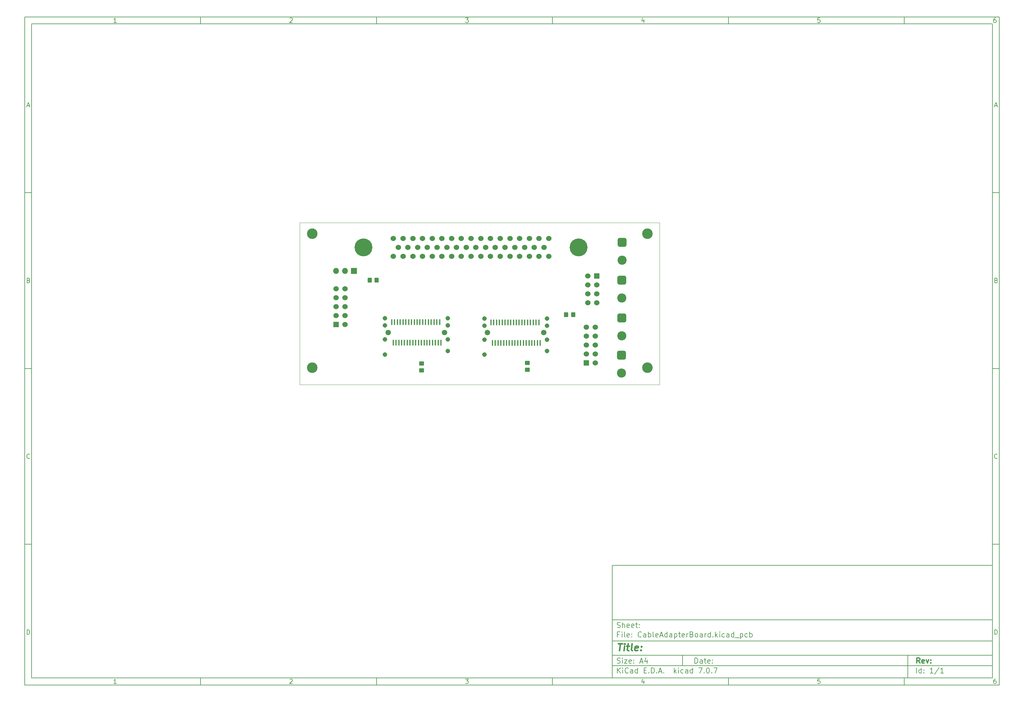
<source format=gbr>
%TF.GenerationSoftware,KiCad,Pcbnew,7.0.7*%
%TF.CreationDate,2023-10-12T14:51:16-07:00*%
%TF.ProjectId,CableAdapterBoard,4361626c-6541-4646-9170-746572426f61,rev?*%
%TF.SameCoordinates,Original*%
%TF.FileFunction,Soldermask,Top*%
%TF.FilePolarity,Negative*%
%FSLAX46Y46*%
G04 Gerber Fmt 4.6, Leading zero omitted, Abs format (unit mm)*
G04 Created by KiCad (PCBNEW 7.0.7) date 2023-10-12 14:51:16*
%MOMM*%
%LPD*%
G01*
G04 APERTURE LIST*
G04 Aperture macros list*
%AMRoundRect*
0 Rectangle with rounded corners*
0 $1 Rounding radius*
0 $2 $3 $4 $5 $6 $7 $8 $9 X,Y pos of 4 corners*
0 Add a 4 corners polygon primitive as box body*
4,1,4,$2,$3,$4,$5,$6,$7,$8,$9,$2,$3,0*
0 Add four circle primitives for the rounded corners*
1,1,$1+$1,$2,$3*
1,1,$1+$1,$4,$5*
1,1,$1+$1,$6,$7*
1,1,$1+$1,$8,$9*
0 Add four rect primitives between the rounded corners*
20,1,$1+$1,$2,$3,$4,$5,0*
20,1,$1+$1,$4,$5,$6,$7,0*
20,1,$1+$1,$6,$7,$8,$9,0*
20,1,$1+$1,$8,$9,$2,$3,0*%
G04 Aperture macros list end*
%ADD10C,0.100000*%
%ADD11C,0.150000*%
%ADD12C,0.300000*%
%ADD13C,0.400000*%
%ADD14R,1.700000X1.700000*%
%ADD15O,1.700000X1.700000*%
%ADD16C,3.000000*%
%ADD17C,1.550000*%
%ADD18O,0.350000X1.800000*%
%ADD19C,1.308000*%
%ADD20R,1.530000X1.530000*%
%ADD21C,1.530000*%
%ADD22RoundRect,0.650000X-0.650000X0.650000X-0.650000X-0.650000X0.650000X-0.650000X0.650000X0.650000X0*%
%ADD23C,2.600000*%
%ADD24RoundRect,0.250000X0.350000X0.450000X-0.350000X0.450000X-0.350000X-0.450000X0.350000X-0.450000X0*%
%ADD25RoundRect,0.250000X-0.350000X-0.450000X0.350000X-0.450000X0.350000X0.450000X-0.350000X0.450000X0*%
%ADD26RoundRect,0.250000X-0.450000X0.350000X-0.450000X-0.350000X0.450000X-0.350000X0.450000X0.350000X0*%
%ADD27C,1.524000*%
%ADD28C,5.080000*%
%TA.AperFunction,Profile*%
%ADD29C,0.100000*%
%TD*%
G04 APERTURE END LIST*
D10*
D11*
X177002200Y-166007200D02*
X285002200Y-166007200D01*
X285002200Y-198007200D01*
X177002200Y-198007200D01*
X177002200Y-166007200D01*
D10*
D11*
X10000000Y-10000000D02*
X287002200Y-10000000D01*
X287002200Y-200007200D01*
X10000000Y-200007200D01*
X10000000Y-10000000D01*
D10*
D11*
X12000000Y-12000000D02*
X285002200Y-12000000D01*
X285002200Y-198007200D01*
X12000000Y-198007200D01*
X12000000Y-12000000D01*
D10*
D11*
X60000000Y-12000000D02*
X60000000Y-10000000D01*
D10*
D11*
X110000000Y-12000000D02*
X110000000Y-10000000D01*
D10*
D11*
X160000000Y-12000000D02*
X160000000Y-10000000D01*
D10*
D11*
X210000000Y-12000000D02*
X210000000Y-10000000D01*
D10*
D11*
X260000000Y-12000000D02*
X260000000Y-10000000D01*
D10*
D11*
X36089160Y-11593604D02*
X35346303Y-11593604D01*
X35717731Y-11593604D02*
X35717731Y-10293604D01*
X35717731Y-10293604D02*
X35593922Y-10479319D01*
X35593922Y-10479319D02*
X35470112Y-10603128D01*
X35470112Y-10603128D02*
X35346303Y-10665033D01*
D10*
D11*
X85346303Y-10417414D02*
X85408207Y-10355509D01*
X85408207Y-10355509D02*
X85532017Y-10293604D01*
X85532017Y-10293604D02*
X85841541Y-10293604D01*
X85841541Y-10293604D02*
X85965350Y-10355509D01*
X85965350Y-10355509D02*
X86027255Y-10417414D01*
X86027255Y-10417414D02*
X86089160Y-10541223D01*
X86089160Y-10541223D02*
X86089160Y-10665033D01*
X86089160Y-10665033D02*
X86027255Y-10850747D01*
X86027255Y-10850747D02*
X85284398Y-11593604D01*
X85284398Y-11593604D02*
X86089160Y-11593604D01*
D10*
D11*
X135284398Y-10293604D02*
X136089160Y-10293604D01*
X136089160Y-10293604D02*
X135655826Y-10788842D01*
X135655826Y-10788842D02*
X135841541Y-10788842D01*
X135841541Y-10788842D02*
X135965350Y-10850747D01*
X135965350Y-10850747D02*
X136027255Y-10912652D01*
X136027255Y-10912652D02*
X136089160Y-11036461D01*
X136089160Y-11036461D02*
X136089160Y-11345985D01*
X136089160Y-11345985D02*
X136027255Y-11469795D01*
X136027255Y-11469795D02*
X135965350Y-11531700D01*
X135965350Y-11531700D02*
X135841541Y-11593604D01*
X135841541Y-11593604D02*
X135470112Y-11593604D01*
X135470112Y-11593604D02*
X135346303Y-11531700D01*
X135346303Y-11531700D02*
X135284398Y-11469795D01*
D10*
D11*
X185965350Y-10726938D02*
X185965350Y-11593604D01*
X185655826Y-10231700D02*
X185346303Y-11160271D01*
X185346303Y-11160271D02*
X186151064Y-11160271D01*
D10*
D11*
X236027255Y-10293604D02*
X235408207Y-10293604D01*
X235408207Y-10293604D02*
X235346303Y-10912652D01*
X235346303Y-10912652D02*
X235408207Y-10850747D01*
X235408207Y-10850747D02*
X235532017Y-10788842D01*
X235532017Y-10788842D02*
X235841541Y-10788842D01*
X235841541Y-10788842D02*
X235965350Y-10850747D01*
X235965350Y-10850747D02*
X236027255Y-10912652D01*
X236027255Y-10912652D02*
X236089160Y-11036461D01*
X236089160Y-11036461D02*
X236089160Y-11345985D01*
X236089160Y-11345985D02*
X236027255Y-11469795D01*
X236027255Y-11469795D02*
X235965350Y-11531700D01*
X235965350Y-11531700D02*
X235841541Y-11593604D01*
X235841541Y-11593604D02*
X235532017Y-11593604D01*
X235532017Y-11593604D02*
X235408207Y-11531700D01*
X235408207Y-11531700D02*
X235346303Y-11469795D01*
D10*
D11*
X285965350Y-10293604D02*
X285717731Y-10293604D01*
X285717731Y-10293604D02*
X285593922Y-10355509D01*
X285593922Y-10355509D02*
X285532017Y-10417414D01*
X285532017Y-10417414D02*
X285408207Y-10603128D01*
X285408207Y-10603128D02*
X285346303Y-10850747D01*
X285346303Y-10850747D02*
X285346303Y-11345985D01*
X285346303Y-11345985D02*
X285408207Y-11469795D01*
X285408207Y-11469795D02*
X285470112Y-11531700D01*
X285470112Y-11531700D02*
X285593922Y-11593604D01*
X285593922Y-11593604D02*
X285841541Y-11593604D01*
X285841541Y-11593604D02*
X285965350Y-11531700D01*
X285965350Y-11531700D02*
X286027255Y-11469795D01*
X286027255Y-11469795D02*
X286089160Y-11345985D01*
X286089160Y-11345985D02*
X286089160Y-11036461D01*
X286089160Y-11036461D02*
X286027255Y-10912652D01*
X286027255Y-10912652D02*
X285965350Y-10850747D01*
X285965350Y-10850747D02*
X285841541Y-10788842D01*
X285841541Y-10788842D02*
X285593922Y-10788842D01*
X285593922Y-10788842D02*
X285470112Y-10850747D01*
X285470112Y-10850747D02*
X285408207Y-10912652D01*
X285408207Y-10912652D02*
X285346303Y-11036461D01*
D10*
D11*
X60000000Y-198007200D02*
X60000000Y-200007200D01*
D10*
D11*
X110000000Y-198007200D02*
X110000000Y-200007200D01*
D10*
D11*
X160000000Y-198007200D02*
X160000000Y-200007200D01*
D10*
D11*
X210000000Y-198007200D02*
X210000000Y-200007200D01*
D10*
D11*
X260000000Y-198007200D02*
X260000000Y-200007200D01*
D10*
D11*
X36089160Y-199600804D02*
X35346303Y-199600804D01*
X35717731Y-199600804D02*
X35717731Y-198300804D01*
X35717731Y-198300804D02*
X35593922Y-198486519D01*
X35593922Y-198486519D02*
X35470112Y-198610328D01*
X35470112Y-198610328D02*
X35346303Y-198672233D01*
D10*
D11*
X85346303Y-198424614D02*
X85408207Y-198362709D01*
X85408207Y-198362709D02*
X85532017Y-198300804D01*
X85532017Y-198300804D02*
X85841541Y-198300804D01*
X85841541Y-198300804D02*
X85965350Y-198362709D01*
X85965350Y-198362709D02*
X86027255Y-198424614D01*
X86027255Y-198424614D02*
X86089160Y-198548423D01*
X86089160Y-198548423D02*
X86089160Y-198672233D01*
X86089160Y-198672233D02*
X86027255Y-198857947D01*
X86027255Y-198857947D02*
X85284398Y-199600804D01*
X85284398Y-199600804D02*
X86089160Y-199600804D01*
D10*
D11*
X135284398Y-198300804D02*
X136089160Y-198300804D01*
X136089160Y-198300804D02*
X135655826Y-198796042D01*
X135655826Y-198796042D02*
X135841541Y-198796042D01*
X135841541Y-198796042D02*
X135965350Y-198857947D01*
X135965350Y-198857947D02*
X136027255Y-198919852D01*
X136027255Y-198919852D02*
X136089160Y-199043661D01*
X136089160Y-199043661D02*
X136089160Y-199353185D01*
X136089160Y-199353185D02*
X136027255Y-199476995D01*
X136027255Y-199476995D02*
X135965350Y-199538900D01*
X135965350Y-199538900D02*
X135841541Y-199600804D01*
X135841541Y-199600804D02*
X135470112Y-199600804D01*
X135470112Y-199600804D02*
X135346303Y-199538900D01*
X135346303Y-199538900D02*
X135284398Y-199476995D01*
D10*
D11*
X185965350Y-198734138D02*
X185965350Y-199600804D01*
X185655826Y-198238900D02*
X185346303Y-199167471D01*
X185346303Y-199167471D02*
X186151064Y-199167471D01*
D10*
D11*
X236027255Y-198300804D02*
X235408207Y-198300804D01*
X235408207Y-198300804D02*
X235346303Y-198919852D01*
X235346303Y-198919852D02*
X235408207Y-198857947D01*
X235408207Y-198857947D02*
X235532017Y-198796042D01*
X235532017Y-198796042D02*
X235841541Y-198796042D01*
X235841541Y-198796042D02*
X235965350Y-198857947D01*
X235965350Y-198857947D02*
X236027255Y-198919852D01*
X236027255Y-198919852D02*
X236089160Y-199043661D01*
X236089160Y-199043661D02*
X236089160Y-199353185D01*
X236089160Y-199353185D02*
X236027255Y-199476995D01*
X236027255Y-199476995D02*
X235965350Y-199538900D01*
X235965350Y-199538900D02*
X235841541Y-199600804D01*
X235841541Y-199600804D02*
X235532017Y-199600804D01*
X235532017Y-199600804D02*
X235408207Y-199538900D01*
X235408207Y-199538900D02*
X235346303Y-199476995D01*
D10*
D11*
X285965350Y-198300804D02*
X285717731Y-198300804D01*
X285717731Y-198300804D02*
X285593922Y-198362709D01*
X285593922Y-198362709D02*
X285532017Y-198424614D01*
X285532017Y-198424614D02*
X285408207Y-198610328D01*
X285408207Y-198610328D02*
X285346303Y-198857947D01*
X285346303Y-198857947D02*
X285346303Y-199353185D01*
X285346303Y-199353185D02*
X285408207Y-199476995D01*
X285408207Y-199476995D02*
X285470112Y-199538900D01*
X285470112Y-199538900D02*
X285593922Y-199600804D01*
X285593922Y-199600804D02*
X285841541Y-199600804D01*
X285841541Y-199600804D02*
X285965350Y-199538900D01*
X285965350Y-199538900D02*
X286027255Y-199476995D01*
X286027255Y-199476995D02*
X286089160Y-199353185D01*
X286089160Y-199353185D02*
X286089160Y-199043661D01*
X286089160Y-199043661D02*
X286027255Y-198919852D01*
X286027255Y-198919852D02*
X285965350Y-198857947D01*
X285965350Y-198857947D02*
X285841541Y-198796042D01*
X285841541Y-198796042D02*
X285593922Y-198796042D01*
X285593922Y-198796042D02*
X285470112Y-198857947D01*
X285470112Y-198857947D02*
X285408207Y-198919852D01*
X285408207Y-198919852D02*
X285346303Y-199043661D01*
D10*
D11*
X10000000Y-60000000D02*
X12000000Y-60000000D01*
D10*
D11*
X10000000Y-110000000D02*
X12000000Y-110000000D01*
D10*
D11*
X10000000Y-160000000D02*
X12000000Y-160000000D01*
D10*
D11*
X10690476Y-35222176D02*
X11309523Y-35222176D01*
X10566666Y-35593604D02*
X10999999Y-34293604D01*
X10999999Y-34293604D02*
X11433333Y-35593604D01*
D10*
D11*
X11092857Y-84912652D02*
X11278571Y-84974557D01*
X11278571Y-84974557D02*
X11340476Y-85036461D01*
X11340476Y-85036461D02*
X11402380Y-85160271D01*
X11402380Y-85160271D02*
X11402380Y-85345985D01*
X11402380Y-85345985D02*
X11340476Y-85469795D01*
X11340476Y-85469795D02*
X11278571Y-85531700D01*
X11278571Y-85531700D02*
X11154761Y-85593604D01*
X11154761Y-85593604D02*
X10659523Y-85593604D01*
X10659523Y-85593604D02*
X10659523Y-84293604D01*
X10659523Y-84293604D02*
X11092857Y-84293604D01*
X11092857Y-84293604D02*
X11216666Y-84355509D01*
X11216666Y-84355509D02*
X11278571Y-84417414D01*
X11278571Y-84417414D02*
X11340476Y-84541223D01*
X11340476Y-84541223D02*
X11340476Y-84665033D01*
X11340476Y-84665033D02*
X11278571Y-84788842D01*
X11278571Y-84788842D02*
X11216666Y-84850747D01*
X11216666Y-84850747D02*
X11092857Y-84912652D01*
X11092857Y-84912652D02*
X10659523Y-84912652D01*
D10*
D11*
X11402380Y-135469795D02*
X11340476Y-135531700D01*
X11340476Y-135531700D02*
X11154761Y-135593604D01*
X11154761Y-135593604D02*
X11030952Y-135593604D01*
X11030952Y-135593604D02*
X10845238Y-135531700D01*
X10845238Y-135531700D02*
X10721428Y-135407890D01*
X10721428Y-135407890D02*
X10659523Y-135284080D01*
X10659523Y-135284080D02*
X10597619Y-135036461D01*
X10597619Y-135036461D02*
X10597619Y-134850747D01*
X10597619Y-134850747D02*
X10659523Y-134603128D01*
X10659523Y-134603128D02*
X10721428Y-134479319D01*
X10721428Y-134479319D02*
X10845238Y-134355509D01*
X10845238Y-134355509D02*
X11030952Y-134293604D01*
X11030952Y-134293604D02*
X11154761Y-134293604D01*
X11154761Y-134293604D02*
X11340476Y-134355509D01*
X11340476Y-134355509D02*
X11402380Y-134417414D01*
D10*
D11*
X10659523Y-185593604D02*
X10659523Y-184293604D01*
X10659523Y-184293604D02*
X10969047Y-184293604D01*
X10969047Y-184293604D02*
X11154761Y-184355509D01*
X11154761Y-184355509D02*
X11278571Y-184479319D01*
X11278571Y-184479319D02*
X11340476Y-184603128D01*
X11340476Y-184603128D02*
X11402380Y-184850747D01*
X11402380Y-184850747D02*
X11402380Y-185036461D01*
X11402380Y-185036461D02*
X11340476Y-185284080D01*
X11340476Y-185284080D02*
X11278571Y-185407890D01*
X11278571Y-185407890D02*
X11154761Y-185531700D01*
X11154761Y-185531700D02*
X10969047Y-185593604D01*
X10969047Y-185593604D02*
X10659523Y-185593604D01*
D10*
D11*
X287002200Y-60000000D02*
X285002200Y-60000000D01*
D10*
D11*
X287002200Y-110000000D02*
X285002200Y-110000000D01*
D10*
D11*
X287002200Y-160000000D02*
X285002200Y-160000000D01*
D10*
D11*
X285692676Y-35222176D02*
X286311723Y-35222176D01*
X285568866Y-35593604D02*
X286002199Y-34293604D01*
X286002199Y-34293604D02*
X286435533Y-35593604D01*
D10*
D11*
X286095057Y-84912652D02*
X286280771Y-84974557D01*
X286280771Y-84974557D02*
X286342676Y-85036461D01*
X286342676Y-85036461D02*
X286404580Y-85160271D01*
X286404580Y-85160271D02*
X286404580Y-85345985D01*
X286404580Y-85345985D02*
X286342676Y-85469795D01*
X286342676Y-85469795D02*
X286280771Y-85531700D01*
X286280771Y-85531700D02*
X286156961Y-85593604D01*
X286156961Y-85593604D02*
X285661723Y-85593604D01*
X285661723Y-85593604D02*
X285661723Y-84293604D01*
X285661723Y-84293604D02*
X286095057Y-84293604D01*
X286095057Y-84293604D02*
X286218866Y-84355509D01*
X286218866Y-84355509D02*
X286280771Y-84417414D01*
X286280771Y-84417414D02*
X286342676Y-84541223D01*
X286342676Y-84541223D02*
X286342676Y-84665033D01*
X286342676Y-84665033D02*
X286280771Y-84788842D01*
X286280771Y-84788842D02*
X286218866Y-84850747D01*
X286218866Y-84850747D02*
X286095057Y-84912652D01*
X286095057Y-84912652D02*
X285661723Y-84912652D01*
D10*
D11*
X286404580Y-135469795D02*
X286342676Y-135531700D01*
X286342676Y-135531700D02*
X286156961Y-135593604D01*
X286156961Y-135593604D02*
X286033152Y-135593604D01*
X286033152Y-135593604D02*
X285847438Y-135531700D01*
X285847438Y-135531700D02*
X285723628Y-135407890D01*
X285723628Y-135407890D02*
X285661723Y-135284080D01*
X285661723Y-135284080D02*
X285599819Y-135036461D01*
X285599819Y-135036461D02*
X285599819Y-134850747D01*
X285599819Y-134850747D02*
X285661723Y-134603128D01*
X285661723Y-134603128D02*
X285723628Y-134479319D01*
X285723628Y-134479319D02*
X285847438Y-134355509D01*
X285847438Y-134355509D02*
X286033152Y-134293604D01*
X286033152Y-134293604D02*
X286156961Y-134293604D01*
X286156961Y-134293604D02*
X286342676Y-134355509D01*
X286342676Y-134355509D02*
X286404580Y-134417414D01*
D10*
D11*
X285661723Y-185593604D02*
X285661723Y-184293604D01*
X285661723Y-184293604D02*
X285971247Y-184293604D01*
X285971247Y-184293604D02*
X286156961Y-184355509D01*
X286156961Y-184355509D02*
X286280771Y-184479319D01*
X286280771Y-184479319D02*
X286342676Y-184603128D01*
X286342676Y-184603128D02*
X286404580Y-184850747D01*
X286404580Y-184850747D02*
X286404580Y-185036461D01*
X286404580Y-185036461D02*
X286342676Y-185284080D01*
X286342676Y-185284080D02*
X286280771Y-185407890D01*
X286280771Y-185407890D02*
X286156961Y-185531700D01*
X286156961Y-185531700D02*
X285971247Y-185593604D01*
X285971247Y-185593604D02*
X285661723Y-185593604D01*
D10*
D11*
X200458026Y-193793328D02*
X200458026Y-192293328D01*
X200458026Y-192293328D02*
X200815169Y-192293328D01*
X200815169Y-192293328D02*
X201029455Y-192364757D01*
X201029455Y-192364757D02*
X201172312Y-192507614D01*
X201172312Y-192507614D02*
X201243741Y-192650471D01*
X201243741Y-192650471D02*
X201315169Y-192936185D01*
X201315169Y-192936185D02*
X201315169Y-193150471D01*
X201315169Y-193150471D02*
X201243741Y-193436185D01*
X201243741Y-193436185D02*
X201172312Y-193579042D01*
X201172312Y-193579042D02*
X201029455Y-193721900D01*
X201029455Y-193721900D02*
X200815169Y-193793328D01*
X200815169Y-193793328D02*
X200458026Y-193793328D01*
X202600884Y-193793328D02*
X202600884Y-193007614D01*
X202600884Y-193007614D02*
X202529455Y-192864757D01*
X202529455Y-192864757D02*
X202386598Y-192793328D01*
X202386598Y-192793328D02*
X202100884Y-192793328D01*
X202100884Y-192793328D02*
X201958026Y-192864757D01*
X202600884Y-193721900D02*
X202458026Y-193793328D01*
X202458026Y-193793328D02*
X202100884Y-193793328D01*
X202100884Y-193793328D02*
X201958026Y-193721900D01*
X201958026Y-193721900D02*
X201886598Y-193579042D01*
X201886598Y-193579042D02*
X201886598Y-193436185D01*
X201886598Y-193436185D02*
X201958026Y-193293328D01*
X201958026Y-193293328D02*
X202100884Y-193221900D01*
X202100884Y-193221900D02*
X202458026Y-193221900D01*
X202458026Y-193221900D02*
X202600884Y-193150471D01*
X203100884Y-192793328D02*
X203672312Y-192793328D01*
X203315169Y-192293328D02*
X203315169Y-193579042D01*
X203315169Y-193579042D02*
X203386598Y-193721900D01*
X203386598Y-193721900D02*
X203529455Y-193793328D01*
X203529455Y-193793328D02*
X203672312Y-193793328D01*
X204743741Y-193721900D02*
X204600884Y-193793328D01*
X204600884Y-193793328D02*
X204315170Y-193793328D01*
X204315170Y-193793328D02*
X204172312Y-193721900D01*
X204172312Y-193721900D02*
X204100884Y-193579042D01*
X204100884Y-193579042D02*
X204100884Y-193007614D01*
X204100884Y-193007614D02*
X204172312Y-192864757D01*
X204172312Y-192864757D02*
X204315170Y-192793328D01*
X204315170Y-192793328D02*
X204600884Y-192793328D01*
X204600884Y-192793328D02*
X204743741Y-192864757D01*
X204743741Y-192864757D02*
X204815170Y-193007614D01*
X204815170Y-193007614D02*
X204815170Y-193150471D01*
X204815170Y-193150471D02*
X204100884Y-193293328D01*
X205458026Y-193650471D02*
X205529455Y-193721900D01*
X205529455Y-193721900D02*
X205458026Y-193793328D01*
X205458026Y-193793328D02*
X205386598Y-193721900D01*
X205386598Y-193721900D02*
X205458026Y-193650471D01*
X205458026Y-193650471D02*
X205458026Y-193793328D01*
X205458026Y-192864757D02*
X205529455Y-192936185D01*
X205529455Y-192936185D02*
X205458026Y-193007614D01*
X205458026Y-193007614D02*
X205386598Y-192936185D01*
X205386598Y-192936185D02*
X205458026Y-192864757D01*
X205458026Y-192864757D02*
X205458026Y-193007614D01*
D10*
D11*
X177002200Y-194507200D02*
X285002200Y-194507200D01*
D10*
D11*
X178458026Y-196593328D02*
X178458026Y-195093328D01*
X179315169Y-196593328D02*
X178672312Y-195736185D01*
X179315169Y-195093328D02*
X178458026Y-195950471D01*
X179958026Y-196593328D02*
X179958026Y-195593328D01*
X179958026Y-195093328D02*
X179886598Y-195164757D01*
X179886598Y-195164757D02*
X179958026Y-195236185D01*
X179958026Y-195236185D02*
X180029455Y-195164757D01*
X180029455Y-195164757D02*
X179958026Y-195093328D01*
X179958026Y-195093328D02*
X179958026Y-195236185D01*
X181529455Y-196450471D02*
X181458027Y-196521900D01*
X181458027Y-196521900D02*
X181243741Y-196593328D01*
X181243741Y-196593328D02*
X181100884Y-196593328D01*
X181100884Y-196593328D02*
X180886598Y-196521900D01*
X180886598Y-196521900D02*
X180743741Y-196379042D01*
X180743741Y-196379042D02*
X180672312Y-196236185D01*
X180672312Y-196236185D02*
X180600884Y-195950471D01*
X180600884Y-195950471D02*
X180600884Y-195736185D01*
X180600884Y-195736185D02*
X180672312Y-195450471D01*
X180672312Y-195450471D02*
X180743741Y-195307614D01*
X180743741Y-195307614D02*
X180886598Y-195164757D01*
X180886598Y-195164757D02*
X181100884Y-195093328D01*
X181100884Y-195093328D02*
X181243741Y-195093328D01*
X181243741Y-195093328D02*
X181458027Y-195164757D01*
X181458027Y-195164757D02*
X181529455Y-195236185D01*
X182815170Y-196593328D02*
X182815170Y-195807614D01*
X182815170Y-195807614D02*
X182743741Y-195664757D01*
X182743741Y-195664757D02*
X182600884Y-195593328D01*
X182600884Y-195593328D02*
X182315170Y-195593328D01*
X182315170Y-195593328D02*
X182172312Y-195664757D01*
X182815170Y-196521900D02*
X182672312Y-196593328D01*
X182672312Y-196593328D02*
X182315170Y-196593328D01*
X182315170Y-196593328D02*
X182172312Y-196521900D01*
X182172312Y-196521900D02*
X182100884Y-196379042D01*
X182100884Y-196379042D02*
X182100884Y-196236185D01*
X182100884Y-196236185D02*
X182172312Y-196093328D01*
X182172312Y-196093328D02*
X182315170Y-196021900D01*
X182315170Y-196021900D02*
X182672312Y-196021900D01*
X182672312Y-196021900D02*
X182815170Y-195950471D01*
X184172313Y-196593328D02*
X184172313Y-195093328D01*
X184172313Y-196521900D02*
X184029455Y-196593328D01*
X184029455Y-196593328D02*
X183743741Y-196593328D01*
X183743741Y-196593328D02*
X183600884Y-196521900D01*
X183600884Y-196521900D02*
X183529455Y-196450471D01*
X183529455Y-196450471D02*
X183458027Y-196307614D01*
X183458027Y-196307614D02*
X183458027Y-195879042D01*
X183458027Y-195879042D02*
X183529455Y-195736185D01*
X183529455Y-195736185D02*
X183600884Y-195664757D01*
X183600884Y-195664757D02*
X183743741Y-195593328D01*
X183743741Y-195593328D02*
X184029455Y-195593328D01*
X184029455Y-195593328D02*
X184172313Y-195664757D01*
X186029455Y-195807614D02*
X186529455Y-195807614D01*
X186743741Y-196593328D02*
X186029455Y-196593328D01*
X186029455Y-196593328D02*
X186029455Y-195093328D01*
X186029455Y-195093328D02*
X186743741Y-195093328D01*
X187386598Y-196450471D02*
X187458027Y-196521900D01*
X187458027Y-196521900D02*
X187386598Y-196593328D01*
X187386598Y-196593328D02*
X187315170Y-196521900D01*
X187315170Y-196521900D02*
X187386598Y-196450471D01*
X187386598Y-196450471D02*
X187386598Y-196593328D01*
X188100884Y-196593328D02*
X188100884Y-195093328D01*
X188100884Y-195093328D02*
X188458027Y-195093328D01*
X188458027Y-195093328D02*
X188672313Y-195164757D01*
X188672313Y-195164757D02*
X188815170Y-195307614D01*
X188815170Y-195307614D02*
X188886599Y-195450471D01*
X188886599Y-195450471D02*
X188958027Y-195736185D01*
X188958027Y-195736185D02*
X188958027Y-195950471D01*
X188958027Y-195950471D02*
X188886599Y-196236185D01*
X188886599Y-196236185D02*
X188815170Y-196379042D01*
X188815170Y-196379042D02*
X188672313Y-196521900D01*
X188672313Y-196521900D02*
X188458027Y-196593328D01*
X188458027Y-196593328D02*
X188100884Y-196593328D01*
X189600884Y-196450471D02*
X189672313Y-196521900D01*
X189672313Y-196521900D02*
X189600884Y-196593328D01*
X189600884Y-196593328D02*
X189529456Y-196521900D01*
X189529456Y-196521900D02*
X189600884Y-196450471D01*
X189600884Y-196450471D02*
X189600884Y-196593328D01*
X190243742Y-196164757D02*
X190958028Y-196164757D01*
X190100885Y-196593328D02*
X190600885Y-195093328D01*
X190600885Y-195093328D02*
X191100885Y-196593328D01*
X191600884Y-196450471D02*
X191672313Y-196521900D01*
X191672313Y-196521900D02*
X191600884Y-196593328D01*
X191600884Y-196593328D02*
X191529456Y-196521900D01*
X191529456Y-196521900D02*
X191600884Y-196450471D01*
X191600884Y-196450471D02*
X191600884Y-196593328D01*
X194600884Y-196593328D02*
X194600884Y-195093328D01*
X194743742Y-196021900D02*
X195172313Y-196593328D01*
X195172313Y-195593328D02*
X194600884Y-196164757D01*
X195815170Y-196593328D02*
X195815170Y-195593328D01*
X195815170Y-195093328D02*
X195743742Y-195164757D01*
X195743742Y-195164757D02*
X195815170Y-195236185D01*
X195815170Y-195236185D02*
X195886599Y-195164757D01*
X195886599Y-195164757D02*
X195815170Y-195093328D01*
X195815170Y-195093328D02*
X195815170Y-195236185D01*
X197172314Y-196521900D02*
X197029456Y-196593328D01*
X197029456Y-196593328D02*
X196743742Y-196593328D01*
X196743742Y-196593328D02*
X196600885Y-196521900D01*
X196600885Y-196521900D02*
X196529456Y-196450471D01*
X196529456Y-196450471D02*
X196458028Y-196307614D01*
X196458028Y-196307614D02*
X196458028Y-195879042D01*
X196458028Y-195879042D02*
X196529456Y-195736185D01*
X196529456Y-195736185D02*
X196600885Y-195664757D01*
X196600885Y-195664757D02*
X196743742Y-195593328D01*
X196743742Y-195593328D02*
X197029456Y-195593328D01*
X197029456Y-195593328D02*
X197172314Y-195664757D01*
X198458028Y-196593328D02*
X198458028Y-195807614D01*
X198458028Y-195807614D02*
X198386599Y-195664757D01*
X198386599Y-195664757D02*
X198243742Y-195593328D01*
X198243742Y-195593328D02*
X197958028Y-195593328D01*
X197958028Y-195593328D02*
X197815170Y-195664757D01*
X198458028Y-196521900D02*
X198315170Y-196593328D01*
X198315170Y-196593328D02*
X197958028Y-196593328D01*
X197958028Y-196593328D02*
X197815170Y-196521900D01*
X197815170Y-196521900D02*
X197743742Y-196379042D01*
X197743742Y-196379042D02*
X197743742Y-196236185D01*
X197743742Y-196236185D02*
X197815170Y-196093328D01*
X197815170Y-196093328D02*
X197958028Y-196021900D01*
X197958028Y-196021900D02*
X198315170Y-196021900D01*
X198315170Y-196021900D02*
X198458028Y-195950471D01*
X199815171Y-196593328D02*
X199815171Y-195093328D01*
X199815171Y-196521900D02*
X199672313Y-196593328D01*
X199672313Y-196593328D02*
X199386599Y-196593328D01*
X199386599Y-196593328D02*
X199243742Y-196521900D01*
X199243742Y-196521900D02*
X199172313Y-196450471D01*
X199172313Y-196450471D02*
X199100885Y-196307614D01*
X199100885Y-196307614D02*
X199100885Y-195879042D01*
X199100885Y-195879042D02*
X199172313Y-195736185D01*
X199172313Y-195736185D02*
X199243742Y-195664757D01*
X199243742Y-195664757D02*
X199386599Y-195593328D01*
X199386599Y-195593328D02*
X199672313Y-195593328D01*
X199672313Y-195593328D02*
X199815171Y-195664757D01*
X201529456Y-195093328D02*
X202529456Y-195093328D01*
X202529456Y-195093328D02*
X201886599Y-196593328D01*
X203100884Y-196450471D02*
X203172313Y-196521900D01*
X203172313Y-196521900D02*
X203100884Y-196593328D01*
X203100884Y-196593328D02*
X203029456Y-196521900D01*
X203029456Y-196521900D02*
X203100884Y-196450471D01*
X203100884Y-196450471D02*
X203100884Y-196593328D01*
X204100885Y-195093328D02*
X204243742Y-195093328D01*
X204243742Y-195093328D02*
X204386599Y-195164757D01*
X204386599Y-195164757D02*
X204458028Y-195236185D01*
X204458028Y-195236185D02*
X204529456Y-195379042D01*
X204529456Y-195379042D02*
X204600885Y-195664757D01*
X204600885Y-195664757D02*
X204600885Y-196021900D01*
X204600885Y-196021900D02*
X204529456Y-196307614D01*
X204529456Y-196307614D02*
X204458028Y-196450471D01*
X204458028Y-196450471D02*
X204386599Y-196521900D01*
X204386599Y-196521900D02*
X204243742Y-196593328D01*
X204243742Y-196593328D02*
X204100885Y-196593328D01*
X204100885Y-196593328D02*
X203958028Y-196521900D01*
X203958028Y-196521900D02*
X203886599Y-196450471D01*
X203886599Y-196450471D02*
X203815170Y-196307614D01*
X203815170Y-196307614D02*
X203743742Y-196021900D01*
X203743742Y-196021900D02*
X203743742Y-195664757D01*
X203743742Y-195664757D02*
X203815170Y-195379042D01*
X203815170Y-195379042D02*
X203886599Y-195236185D01*
X203886599Y-195236185D02*
X203958028Y-195164757D01*
X203958028Y-195164757D02*
X204100885Y-195093328D01*
X205243741Y-196450471D02*
X205315170Y-196521900D01*
X205315170Y-196521900D02*
X205243741Y-196593328D01*
X205243741Y-196593328D02*
X205172313Y-196521900D01*
X205172313Y-196521900D02*
X205243741Y-196450471D01*
X205243741Y-196450471D02*
X205243741Y-196593328D01*
X205815170Y-195093328D02*
X206815170Y-195093328D01*
X206815170Y-195093328D02*
X206172313Y-196593328D01*
D10*
D11*
X177002200Y-191507200D02*
X285002200Y-191507200D01*
D10*
D12*
X264413853Y-193785528D02*
X263913853Y-193071242D01*
X263556710Y-193785528D02*
X263556710Y-192285528D01*
X263556710Y-192285528D02*
X264128139Y-192285528D01*
X264128139Y-192285528D02*
X264270996Y-192356957D01*
X264270996Y-192356957D02*
X264342425Y-192428385D01*
X264342425Y-192428385D02*
X264413853Y-192571242D01*
X264413853Y-192571242D02*
X264413853Y-192785528D01*
X264413853Y-192785528D02*
X264342425Y-192928385D01*
X264342425Y-192928385D02*
X264270996Y-192999814D01*
X264270996Y-192999814D02*
X264128139Y-193071242D01*
X264128139Y-193071242D02*
X263556710Y-193071242D01*
X265628139Y-193714100D02*
X265485282Y-193785528D01*
X265485282Y-193785528D02*
X265199568Y-193785528D01*
X265199568Y-193785528D02*
X265056710Y-193714100D01*
X265056710Y-193714100D02*
X264985282Y-193571242D01*
X264985282Y-193571242D02*
X264985282Y-192999814D01*
X264985282Y-192999814D02*
X265056710Y-192856957D01*
X265056710Y-192856957D02*
X265199568Y-192785528D01*
X265199568Y-192785528D02*
X265485282Y-192785528D01*
X265485282Y-192785528D02*
X265628139Y-192856957D01*
X265628139Y-192856957D02*
X265699568Y-192999814D01*
X265699568Y-192999814D02*
X265699568Y-193142671D01*
X265699568Y-193142671D02*
X264985282Y-193285528D01*
X266199567Y-192785528D02*
X266556710Y-193785528D01*
X266556710Y-193785528D02*
X266913853Y-192785528D01*
X267485281Y-193642671D02*
X267556710Y-193714100D01*
X267556710Y-193714100D02*
X267485281Y-193785528D01*
X267485281Y-193785528D02*
X267413853Y-193714100D01*
X267413853Y-193714100D02*
X267485281Y-193642671D01*
X267485281Y-193642671D02*
X267485281Y-193785528D01*
X267485281Y-192856957D02*
X267556710Y-192928385D01*
X267556710Y-192928385D02*
X267485281Y-192999814D01*
X267485281Y-192999814D02*
X267413853Y-192928385D01*
X267413853Y-192928385D02*
X267485281Y-192856957D01*
X267485281Y-192856957D02*
X267485281Y-192999814D01*
D10*
D11*
X178386598Y-193721900D02*
X178600884Y-193793328D01*
X178600884Y-193793328D02*
X178958026Y-193793328D01*
X178958026Y-193793328D02*
X179100884Y-193721900D01*
X179100884Y-193721900D02*
X179172312Y-193650471D01*
X179172312Y-193650471D02*
X179243741Y-193507614D01*
X179243741Y-193507614D02*
X179243741Y-193364757D01*
X179243741Y-193364757D02*
X179172312Y-193221900D01*
X179172312Y-193221900D02*
X179100884Y-193150471D01*
X179100884Y-193150471D02*
X178958026Y-193079042D01*
X178958026Y-193079042D02*
X178672312Y-193007614D01*
X178672312Y-193007614D02*
X178529455Y-192936185D01*
X178529455Y-192936185D02*
X178458026Y-192864757D01*
X178458026Y-192864757D02*
X178386598Y-192721900D01*
X178386598Y-192721900D02*
X178386598Y-192579042D01*
X178386598Y-192579042D02*
X178458026Y-192436185D01*
X178458026Y-192436185D02*
X178529455Y-192364757D01*
X178529455Y-192364757D02*
X178672312Y-192293328D01*
X178672312Y-192293328D02*
X179029455Y-192293328D01*
X179029455Y-192293328D02*
X179243741Y-192364757D01*
X179886597Y-193793328D02*
X179886597Y-192793328D01*
X179886597Y-192293328D02*
X179815169Y-192364757D01*
X179815169Y-192364757D02*
X179886597Y-192436185D01*
X179886597Y-192436185D02*
X179958026Y-192364757D01*
X179958026Y-192364757D02*
X179886597Y-192293328D01*
X179886597Y-192293328D02*
X179886597Y-192436185D01*
X180458026Y-192793328D02*
X181243741Y-192793328D01*
X181243741Y-192793328D02*
X180458026Y-193793328D01*
X180458026Y-193793328D02*
X181243741Y-193793328D01*
X182386598Y-193721900D02*
X182243741Y-193793328D01*
X182243741Y-193793328D02*
X181958027Y-193793328D01*
X181958027Y-193793328D02*
X181815169Y-193721900D01*
X181815169Y-193721900D02*
X181743741Y-193579042D01*
X181743741Y-193579042D02*
X181743741Y-193007614D01*
X181743741Y-193007614D02*
X181815169Y-192864757D01*
X181815169Y-192864757D02*
X181958027Y-192793328D01*
X181958027Y-192793328D02*
X182243741Y-192793328D01*
X182243741Y-192793328D02*
X182386598Y-192864757D01*
X182386598Y-192864757D02*
X182458027Y-193007614D01*
X182458027Y-193007614D02*
X182458027Y-193150471D01*
X182458027Y-193150471D02*
X181743741Y-193293328D01*
X183100883Y-193650471D02*
X183172312Y-193721900D01*
X183172312Y-193721900D02*
X183100883Y-193793328D01*
X183100883Y-193793328D02*
X183029455Y-193721900D01*
X183029455Y-193721900D02*
X183100883Y-193650471D01*
X183100883Y-193650471D02*
X183100883Y-193793328D01*
X183100883Y-192864757D02*
X183172312Y-192936185D01*
X183172312Y-192936185D02*
X183100883Y-193007614D01*
X183100883Y-193007614D02*
X183029455Y-192936185D01*
X183029455Y-192936185D02*
X183100883Y-192864757D01*
X183100883Y-192864757D02*
X183100883Y-193007614D01*
X184886598Y-193364757D02*
X185600884Y-193364757D01*
X184743741Y-193793328D02*
X185243741Y-192293328D01*
X185243741Y-192293328D02*
X185743741Y-193793328D01*
X186886598Y-192793328D02*
X186886598Y-193793328D01*
X186529455Y-192221900D02*
X186172312Y-193293328D01*
X186172312Y-193293328D02*
X187100883Y-193293328D01*
D10*
D11*
X263458026Y-196593328D02*
X263458026Y-195093328D01*
X264815170Y-196593328D02*
X264815170Y-195093328D01*
X264815170Y-196521900D02*
X264672312Y-196593328D01*
X264672312Y-196593328D02*
X264386598Y-196593328D01*
X264386598Y-196593328D02*
X264243741Y-196521900D01*
X264243741Y-196521900D02*
X264172312Y-196450471D01*
X264172312Y-196450471D02*
X264100884Y-196307614D01*
X264100884Y-196307614D02*
X264100884Y-195879042D01*
X264100884Y-195879042D02*
X264172312Y-195736185D01*
X264172312Y-195736185D02*
X264243741Y-195664757D01*
X264243741Y-195664757D02*
X264386598Y-195593328D01*
X264386598Y-195593328D02*
X264672312Y-195593328D01*
X264672312Y-195593328D02*
X264815170Y-195664757D01*
X265529455Y-196450471D02*
X265600884Y-196521900D01*
X265600884Y-196521900D02*
X265529455Y-196593328D01*
X265529455Y-196593328D02*
X265458027Y-196521900D01*
X265458027Y-196521900D02*
X265529455Y-196450471D01*
X265529455Y-196450471D02*
X265529455Y-196593328D01*
X265529455Y-195664757D02*
X265600884Y-195736185D01*
X265600884Y-195736185D02*
X265529455Y-195807614D01*
X265529455Y-195807614D02*
X265458027Y-195736185D01*
X265458027Y-195736185D02*
X265529455Y-195664757D01*
X265529455Y-195664757D02*
X265529455Y-195807614D01*
X268172313Y-196593328D02*
X267315170Y-196593328D01*
X267743741Y-196593328D02*
X267743741Y-195093328D01*
X267743741Y-195093328D02*
X267600884Y-195307614D01*
X267600884Y-195307614D02*
X267458027Y-195450471D01*
X267458027Y-195450471D02*
X267315170Y-195521900D01*
X269886598Y-195021900D02*
X268600884Y-196950471D01*
X271172313Y-196593328D02*
X270315170Y-196593328D01*
X270743741Y-196593328D02*
X270743741Y-195093328D01*
X270743741Y-195093328D02*
X270600884Y-195307614D01*
X270600884Y-195307614D02*
X270458027Y-195450471D01*
X270458027Y-195450471D02*
X270315170Y-195521900D01*
D10*
D11*
X177002200Y-187507200D02*
X285002200Y-187507200D01*
D10*
D13*
X178693928Y-188211638D02*
X179836785Y-188211638D01*
X179015357Y-190211638D02*
X179265357Y-188211638D01*
X180253452Y-190211638D02*
X180420119Y-188878304D01*
X180503452Y-188211638D02*
X180396309Y-188306876D01*
X180396309Y-188306876D02*
X180479643Y-188402114D01*
X180479643Y-188402114D02*
X180586786Y-188306876D01*
X180586786Y-188306876D02*
X180503452Y-188211638D01*
X180503452Y-188211638D02*
X180479643Y-188402114D01*
X181086786Y-188878304D02*
X181848690Y-188878304D01*
X181455833Y-188211638D02*
X181241548Y-189925923D01*
X181241548Y-189925923D02*
X181312976Y-190116400D01*
X181312976Y-190116400D02*
X181491548Y-190211638D01*
X181491548Y-190211638D02*
X181682024Y-190211638D01*
X182634405Y-190211638D02*
X182455833Y-190116400D01*
X182455833Y-190116400D02*
X182384405Y-189925923D01*
X182384405Y-189925923D02*
X182598690Y-188211638D01*
X184170119Y-190116400D02*
X183967738Y-190211638D01*
X183967738Y-190211638D02*
X183586785Y-190211638D01*
X183586785Y-190211638D02*
X183408214Y-190116400D01*
X183408214Y-190116400D02*
X183336785Y-189925923D01*
X183336785Y-189925923D02*
X183432024Y-189164019D01*
X183432024Y-189164019D02*
X183551071Y-188973542D01*
X183551071Y-188973542D02*
X183753452Y-188878304D01*
X183753452Y-188878304D02*
X184134404Y-188878304D01*
X184134404Y-188878304D02*
X184312976Y-188973542D01*
X184312976Y-188973542D02*
X184384404Y-189164019D01*
X184384404Y-189164019D02*
X184360595Y-189354495D01*
X184360595Y-189354495D02*
X183384404Y-189544971D01*
X185134405Y-190021161D02*
X185217738Y-190116400D01*
X185217738Y-190116400D02*
X185110595Y-190211638D01*
X185110595Y-190211638D02*
X185027262Y-190116400D01*
X185027262Y-190116400D02*
X185134405Y-190021161D01*
X185134405Y-190021161D02*
X185110595Y-190211638D01*
X185265357Y-188973542D02*
X185348690Y-189068780D01*
X185348690Y-189068780D02*
X185241548Y-189164019D01*
X185241548Y-189164019D02*
X185158214Y-189068780D01*
X185158214Y-189068780D02*
X185265357Y-188973542D01*
X185265357Y-188973542D02*
X185241548Y-189164019D01*
D10*
D11*
X178958026Y-185607614D02*
X178458026Y-185607614D01*
X178458026Y-186393328D02*
X178458026Y-184893328D01*
X178458026Y-184893328D02*
X179172312Y-184893328D01*
X179743740Y-186393328D02*
X179743740Y-185393328D01*
X179743740Y-184893328D02*
X179672312Y-184964757D01*
X179672312Y-184964757D02*
X179743740Y-185036185D01*
X179743740Y-185036185D02*
X179815169Y-184964757D01*
X179815169Y-184964757D02*
X179743740Y-184893328D01*
X179743740Y-184893328D02*
X179743740Y-185036185D01*
X180672312Y-186393328D02*
X180529455Y-186321900D01*
X180529455Y-186321900D02*
X180458026Y-186179042D01*
X180458026Y-186179042D02*
X180458026Y-184893328D01*
X181815169Y-186321900D02*
X181672312Y-186393328D01*
X181672312Y-186393328D02*
X181386598Y-186393328D01*
X181386598Y-186393328D02*
X181243740Y-186321900D01*
X181243740Y-186321900D02*
X181172312Y-186179042D01*
X181172312Y-186179042D02*
X181172312Y-185607614D01*
X181172312Y-185607614D02*
X181243740Y-185464757D01*
X181243740Y-185464757D02*
X181386598Y-185393328D01*
X181386598Y-185393328D02*
X181672312Y-185393328D01*
X181672312Y-185393328D02*
X181815169Y-185464757D01*
X181815169Y-185464757D02*
X181886598Y-185607614D01*
X181886598Y-185607614D02*
X181886598Y-185750471D01*
X181886598Y-185750471D02*
X181172312Y-185893328D01*
X182529454Y-186250471D02*
X182600883Y-186321900D01*
X182600883Y-186321900D02*
X182529454Y-186393328D01*
X182529454Y-186393328D02*
X182458026Y-186321900D01*
X182458026Y-186321900D02*
X182529454Y-186250471D01*
X182529454Y-186250471D02*
X182529454Y-186393328D01*
X182529454Y-185464757D02*
X182600883Y-185536185D01*
X182600883Y-185536185D02*
X182529454Y-185607614D01*
X182529454Y-185607614D02*
X182458026Y-185536185D01*
X182458026Y-185536185D02*
X182529454Y-185464757D01*
X182529454Y-185464757D02*
X182529454Y-185607614D01*
X185243740Y-186250471D02*
X185172312Y-186321900D01*
X185172312Y-186321900D02*
X184958026Y-186393328D01*
X184958026Y-186393328D02*
X184815169Y-186393328D01*
X184815169Y-186393328D02*
X184600883Y-186321900D01*
X184600883Y-186321900D02*
X184458026Y-186179042D01*
X184458026Y-186179042D02*
X184386597Y-186036185D01*
X184386597Y-186036185D02*
X184315169Y-185750471D01*
X184315169Y-185750471D02*
X184315169Y-185536185D01*
X184315169Y-185536185D02*
X184386597Y-185250471D01*
X184386597Y-185250471D02*
X184458026Y-185107614D01*
X184458026Y-185107614D02*
X184600883Y-184964757D01*
X184600883Y-184964757D02*
X184815169Y-184893328D01*
X184815169Y-184893328D02*
X184958026Y-184893328D01*
X184958026Y-184893328D02*
X185172312Y-184964757D01*
X185172312Y-184964757D02*
X185243740Y-185036185D01*
X186529455Y-186393328D02*
X186529455Y-185607614D01*
X186529455Y-185607614D02*
X186458026Y-185464757D01*
X186458026Y-185464757D02*
X186315169Y-185393328D01*
X186315169Y-185393328D02*
X186029455Y-185393328D01*
X186029455Y-185393328D02*
X185886597Y-185464757D01*
X186529455Y-186321900D02*
X186386597Y-186393328D01*
X186386597Y-186393328D02*
X186029455Y-186393328D01*
X186029455Y-186393328D02*
X185886597Y-186321900D01*
X185886597Y-186321900D02*
X185815169Y-186179042D01*
X185815169Y-186179042D02*
X185815169Y-186036185D01*
X185815169Y-186036185D02*
X185886597Y-185893328D01*
X185886597Y-185893328D02*
X186029455Y-185821900D01*
X186029455Y-185821900D02*
X186386597Y-185821900D01*
X186386597Y-185821900D02*
X186529455Y-185750471D01*
X187243740Y-186393328D02*
X187243740Y-184893328D01*
X187243740Y-185464757D02*
X187386598Y-185393328D01*
X187386598Y-185393328D02*
X187672312Y-185393328D01*
X187672312Y-185393328D02*
X187815169Y-185464757D01*
X187815169Y-185464757D02*
X187886598Y-185536185D01*
X187886598Y-185536185D02*
X187958026Y-185679042D01*
X187958026Y-185679042D02*
X187958026Y-186107614D01*
X187958026Y-186107614D02*
X187886598Y-186250471D01*
X187886598Y-186250471D02*
X187815169Y-186321900D01*
X187815169Y-186321900D02*
X187672312Y-186393328D01*
X187672312Y-186393328D02*
X187386598Y-186393328D01*
X187386598Y-186393328D02*
X187243740Y-186321900D01*
X188815169Y-186393328D02*
X188672312Y-186321900D01*
X188672312Y-186321900D02*
X188600883Y-186179042D01*
X188600883Y-186179042D02*
X188600883Y-184893328D01*
X189958026Y-186321900D02*
X189815169Y-186393328D01*
X189815169Y-186393328D02*
X189529455Y-186393328D01*
X189529455Y-186393328D02*
X189386597Y-186321900D01*
X189386597Y-186321900D02*
X189315169Y-186179042D01*
X189315169Y-186179042D02*
X189315169Y-185607614D01*
X189315169Y-185607614D02*
X189386597Y-185464757D01*
X189386597Y-185464757D02*
X189529455Y-185393328D01*
X189529455Y-185393328D02*
X189815169Y-185393328D01*
X189815169Y-185393328D02*
X189958026Y-185464757D01*
X189958026Y-185464757D02*
X190029455Y-185607614D01*
X190029455Y-185607614D02*
X190029455Y-185750471D01*
X190029455Y-185750471D02*
X189315169Y-185893328D01*
X190600883Y-185964757D02*
X191315169Y-185964757D01*
X190458026Y-186393328D02*
X190958026Y-184893328D01*
X190958026Y-184893328D02*
X191458026Y-186393328D01*
X192600883Y-186393328D02*
X192600883Y-184893328D01*
X192600883Y-186321900D02*
X192458025Y-186393328D01*
X192458025Y-186393328D02*
X192172311Y-186393328D01*
X192172311Y-186393328D02*
X192029454Y-186321900D01*
X192029454Y-186321900D02*
X191958025Y-186250471D01*
X191958025Y-186250471D02*
X191886597Y-186107614D01*
X191886597Y-186107614D02*
X191886597Y-185679042D01*
X191886597Y-185679042D02*
X191958025Y-185536185D01*
X191958025Y-185536185D02*
X192029454Y-185464757D01*
X192029454Y-185464757D02*
X192172311Y-185393328D01*
X192172311Y-185393328D02*
X192458025Y-185393328D01*
X192458025Y-185393328D02*
X192600883Y-185464757D01*
X193958026Y-186393328D02*
X193958026Y-185607614D01*
X193958026Y-185607614D02*
X193886597Y-185464757D01*
X193886597Y-185464757D02*
X193743740Y-185393328D01*
X193743740Y-185393328D02*
X193458026Y-185393328D01*
X193458026Y-185393328D02*
X193315168Y-185464757D01*
X193958026Y-186321900D02*
X193815168Y-186393328D01*
X193815168Y-186393328D02*
X193458026Y-186393328D01*
X193458026Y-186393328D02*
X193315168Y-186321900D01*
X193315168Y-186321900D02*
X193243740Y-186179042D01*
X193243740Y-186179042D02*
X193243740Y-186036185D01*
X193243740Y-186036185D02*
X193315168Y-185893328D01*
X193315168Y-185893328D02*
X193458026Y-185821900D01*
X193458026Y-185821900D02*
X193815168Y-185821900D01*
X193815168Y-185821900D02*
X193958026Y-185750471D01*
X194672311Y-185393328D02*
X194672311Y-186893328D01*
X194672311Y-185464757D02*
X194815169Y-185393328D01*
X194815169Y-185393328D02*
X195100883Y-185393328D01*
X195100883Y-185393328D02*
X195243740Y-185464757D01*
X195243740Y-185464757D02*
X195315169Y-185536185D01*
X195315169Y-185536185D02*
X195386597Y-185679042D01*
X195386597Y-185679042D02*
X195386597Y-186107614D01*
X195386597Y-186107614D02*
X195315169Y-186250471D01*
X195315169Y-186250471D02*
X195243740Y-186321900D01*
X195243740Y-186321900D02*
X195100883Y-186393328D01*
X195100883Y-186393328D02*
X194815169Y-186393328D01*
X194815169Y-186393328D02*
X194672311Y-186321900D01*
X195815169Y-185393328D02*
X196386597Y-185393328D01*
X196029454Y-184893328D02*
X196029454Y-186179042D01*
X196029454Y-186179042D02*
X196100883Y-186321900D01*
X196100883Y-186321900D02*
X196243740Y-186393328D01*
X196243740Y-186393328D02*
X196386597Y-186393328D01*
X197458026Y-186321900D02*
X197315169Y-186393328D01*
X197315169Y-186393328D02*
X197029455Y-186393328D01*
X197029455Y-186393328D02*
X196886597Y-186321900D01*
X196886597Y-186321900D02*
X196815169Y-186179042D01*
X196815169Y-186179042D02*
X196815169Y-185607614D01*
X196815169Y-185607614D02*
X196886597Y-185464757D01*
X196886597Y-185464757D02*
X197029455Y-185393328D01*
X197029455Y-185393328D02*
X197315169Y-185393328D01*
X197315169Y-185393328D02*
X197458026Y-185464757D01*
X197458026Y-185464757D02*
X197529455Y-185607614D01*
X197529455Y-185607614D02*
X197529455Y-185750471D01*
X197529455Y-185750471D02*
X196815169Y-185893328D01*
X198172311Y-186393328D02*
X198172311Y-185393328D01*
X198172311Y-185679042D02*
X198243740Y-185536185D01*
X198243740Y-185536185D02*
X198315169Y-185464757D01*
X198315169Y-185464757D02*
X198458026Y-185393328D01*
X198458026Y-185393328D02*
X198600883Y-185393328D01*
X199600882Y-185607614D02*
X199815168Y-185679042D01*
X199815168Y-185679042D02*
X199886597Y-185750471D01*
X199886597Y-185750471D02*
X199958025Y-185893328D01*
X199958025Y-185893328D02*
X199958025Y-186107614D01*
X199958025Y-186107614D02*
X199886597Y-186250471D01*
X199886597Y-186250471D02*
X199815168Y-186321900D01*
X199815168Y-186321900D02*
X199672311Y-186393328D01*
X199672311Y-186393328D02*
X199100882Y-186393328D01*
X199100882Y-186393328D02*
X199100882Y-184893328D01*
X199100882Y-184893328D02*
X199600882Y-184893328D01*
X199600882Y-184893328D02*
X199743740Y-184964757D01*
X199743740Y-184964757D02*
X199815168Y-185036185D01*
X199815168Y-185036185D02*
X199886597Y-185179042D01*
X199886597Y-185179042D02*
X199886597Y-185321900D01*
X199886597Y-185321900D02*
X199815168Y-185464757D01*
X199815168Y-185464757D02*
X199743740Y-185536185D01*
X199743740Y-185536185D02*
X199600882Y-185607614D01*
X199600882Y-185607614D02*
X199100882Y-185607614D01*
X200815168Y-186393328D02*
X200672311Y-186321900D01*
X200672311Y-186321900D02*
X200600882Y-186250471D01*
X200600882Y-186250471D02*
X200529454Y-186107614D01*
X200529454Y-186107614D02*
X200529454Y-185679042D01*
X200529454Y-185679042D02*
X200600882Y-185536185D01*
X200600882Y-185536185D02*
X200672311Y-185464757D01*
X200672311Y-185464757D02*
X200815168Y-185393328D01*
X200815168Y-185393328D02*
X201029454Y-185393328D01*
X201029454Y-185393328D02*
X201172311Y-185464757D01*
X201172311Y-185464757D02*
X201243740Y-185536185D01*
X201243740Y-185536185D02*
X201315168Y-185679042D01*
X201315168Y-185679042D02*
X201315168Y-186107614D01*
X201315168Y-186107614D02*
X201243740Y-186250471D01*
X201243740Y-186250471D02*
X201172311Y-186321900D01*
X201172311Y-186321900D02*
X201029454Y-186393328D01*
X201029454Y-186393328D02*
X200815168Y-186393328D01*
X202600883Y-186393328D02*
X202600883Y-185607614D01*
X202600883Y-185607614D02*
X202529454Y-185464757D01*
X202529454Y-185464757D02*
X202386597Y-185393328D01*
X202386597Y-185393328D02*
X202100883Y-185393328D01*
X202100883Y-185393328D02*
X201958025Y-185464757D01*
X202600883Y-186321900D02*
X202458025Y-186393328D01*
X202458025Y-186393328D02*
X202100883Y-186393328D01*
X202100883Y-186393328D02*
X201958025Y-186321900D01*
X201958025Y-186321900D02*
X201886597Y-186179042D01*
X201886597Y-186179042D02*
X201886597Y-186036185D01*
X201886597Y-186036185D02*
X201958025Y-185893328D01*
X201958025Y-185893328D02*
X202100883Y-185821900D01*
X202100883Y-185821900D02*
X202458025Y-185821900D01*
X202458025Y-185821900D02*
X202600883Y-185750471D01*
X203315168Y-186393328D02*
X203315168Y-185393328D01*
X203315168Y-185679042D02*
X203386597Y-185536185D01*
X203386597Y-185536185D02*
X203458026Y-185464757D01*
X203458026Y-185464757D02*
X203600883Y-185393328D01*
X203600883Y-185393328D02*
X203743740Y-185393328D01*
X204886597Y-186393328D02*
X204886597Y-184893328D01*
X204886597Y-186321900D02*
X204743739Y-186393328D01*
X204743739Y-186393328D02*
X204458025Y-186393328D01*
X204458025Y-186393328D02*
X204315168Y-186321900D01*
X204315168Y-186321900D02*
X204243739Y-186250471D01*
X204243739Y-186250471D02*
X204172311Y-186107614D01*
X204172311Y-186107614D02*
X204172311Y-185679042D01*
X204172311Y-185679042D02*
X204243739Y-185536185D01*
X204243739Y-185536185D02*
X204315168Y-185464757D01*
X204315168Y-185464757D02*
X204458025Y-185393328D01*
X204458025Y-185393328D02*
X204743739Y-185393328D01*
X204743739Y-185393328D02*
X204886597Y-185464757D01*
X205600882Y-186250471D02*
X205672311Y-186321900D01*
X205672311Y-186321900D02*
X205600882Y-186393328D01*
X205600882Y-186393328D02*
X205529454Y-186321900D01*
X205529454Y-186321900D02*
X205600882Y-186250471D01*
X205600882Y-186250471D02*
X205600882Y-186393328D01*
X206315168Y-186393328D02*
X206315168Y-184893328D01*
X206458026Y-185821900D02*
X206886597Y-186393328D01*
X206886597Y-185393328D02*
X206315168Y-185964757D01*
X207529454Y-186393328D02*
X207529454Y-185393328D01*
X207529454Y-184893328D02*
X207458026Y-184964757D01*
X207458026Y-184964757D02*
X207529454Y-185036185D01*
X207529454Y-185036185D02*
X207600883Y-184964757D01*
X207600883Y-184964757D02*
X207529454Y-184893328D01*
X207529454Y-184893328D02*
X207529454Y-185036185D01*
X208886598Y-186321900D02*
X208743740Y-186393328D01*
X208743740Y-186393328D02*
X208458026Y-186393328D01*
X208458026Y-186393328D02*
X208315169Y-186321900D01*
X208315169Y-186321900D02*
X208243740Y-186250471D01*
X208243740Y-186250471D02*
X208172312Y-186107614D01*
X208172312Y-186107614D02*
X208172312Y-185679042D01*
X208172312Y-185679042D02*
X208243740Y-185536185D01*
X208243740Y-185536185D02*
X208315169Y-185464757D01*
X208315169Y-185464757D02*
X208458026Y-185393328D01*
X208458026Y-185393328D02*
X208743740Y-185393328D01*
X208743740Y-185393328D02*
X208886598Y-185464757D01*
X210172312Y-186393328D02*
X210172312Y-185607614D01*
X210172312Y-185607614D02*
X210100883Y-185464757D01*
X210100883Y-185464757D02*
X209958026Y-185393328D01*
X209958026Y-185393328D02*
X209672312Y-185393328D01*
X209672312Y-185393328D02*
X209529454Y-185464757D01*
X210172312Y-186321900D02*
X210029454Y-186393328D01*
X210029454Y-186393328D02*
X209672312Y-186393328D01*
X209672312Y-186393328D02*
X209529454Y-186321900D01*
X209529454Y-186321900D02*
X209458026Y-186179042D01*
X209458026Y-186179042D02*
X209458026Y-186036185D01*
X209458026Y-186036185D02*
X209529454Y-185893328D01*
X209529454Y-185893328D02*
X209672312Y-185821900D01*
X209672312Y-185821900D02*
X210029454Y-185821900D01*
X210029454Y-185821900D02*
X210172312Y-185750471D01*
X211529455Y-186393328D02*
X211529455Y-184893328D01*
X211529455Y-186321900D02*
X211386597Y-186393328D01*
X211386597Y-186393328D02*
X211100883Y-186393328D01*
X211100883Y-186393328D02*
X210958026Y-186321900D01*
X210958026Y-186321900D02*
X210886597Y-186250471D01*
X210886597Y-186250471D02*
X210815169Y-186107614D01*
X210815169Y-186107614D02*
X210815169Y-185679042D01*
X210815169Y-185679042D02*
X210886597Y-185536185D01*
X210886597Y-185536185D02*
X210958026Y-185464757D01*
X210958026Y-185464757D02*
X211100883Y-185393328D01*
X211100883Y-185393328D02*
X211386597Y-185393328D01*
X211386597Y-185393328D02*
X211529455Y-185464757D01*
X211886598Y-186536185D02*
X213029455Y-186536185D01*
X213386597Y-185393328D02*
X213386597Y-186893328D01*
X213386597Y-185464757D02*
X213529455Y-185393328D01*
X213529455Y-185393328D02*
X213815169Y-185393328D01*
X213815169Y-185393328D02*
X213958026Y-185464757D01*
X213958026Y-185464757D02*
X214029455Y-185536185D01*
X214029455Y-185536185D02*
X214100883Y-185679042D01*
X214100883Y-185679042D02*
X214100883Y-186107614D01*
X214100883Y-186107614D02*
X214029455Y-186250471D01*
X214029455Y-186250471D02*
X213958026Y-186321900D01*
X213958026Y-186321900D02*
X213815169Y-186393328D01*
X213815169Y-186393328D02*
X213529455Y-186393328D01*
X213529455Y-186393328D02*
X213386597Y-186321900D01*
X215386598Y-186321900D02*
X215243740Y-186393328D01*
X215243740Y-186393328D02*
X214958026Y-186393328D01*
X214958026Y-186393328D02*
X214815169Y-186321900D01*
X214815169Y-186321900D02*
X214743740Y-186250471D01*
X214743740Y-186250471D02*
X214672312Y-186107614D01*
X214672312Y-186107614D02*
X214672312Y-185679042D01*
X214672312Y-185679042D02*
X214743740Y-185536185D01*
X214743740Y-185536185D02*
X214815169Y-185464757D01*
X214815169Y-185464757D02*
X214958026Y-185393328D01*
X214958026Y-185393328D02*
X215243740Y-185393328D01*
X215243740Y-185393328D02*
X215386598Y-185464757D01*
X216029454Y-186393328D02*
X216029454Y-184893328D01*
X216029454Y-185464757D02*
X216172312Y-185393328D01*
X216172312Y-185393328D02*
X216458026Y-185393328D01*
X216458026Y-185393328D02*
X216600883Y-185464757D01*
X216600883Y-185464757D02*
X216672312Y-185536185D01*
X216672312Y-185536185D02*
X216743740Y-185679042D01*
X216743740Y-185679042D02*
X216743740Y-186107614D01*
X216743740Y-186107614D02*
X216672312Y-186250471D01*
X216672312Y-186250471D02*
X216600883Y-186321900D01*
X216600883Y-186321900D02*
X216458026Y-186393328D01*
X216458026Y-186393328D02*
X216172312Y-186393328D01*
X216172312Y-186393328D02*
X216029454Y-186321900D01*
D10*
D11*
X177002200Y-181507200D02*
X285002200Y-181507200D01*
D10*
D11*
X178386598Y-183621900D02*
X178600884Y-183693328D01*
X178600884Y-183693328D02*
X178958026Y-183693328D01*
X178958026Y-183693328D02*
X179100884Y-183621900D01*
X179100884Y-183621900D02*
X179172312Y-183550471D01*
X179172312Y-183550471D02*
X179243741Y-183407614D01*
X179243741Y-183407614D02*
X179243741Y-183264757D01*
X179243741Y-183264757D02*
X179172312Y-183121900D01*
X179172312Y-183121900D02*
X179100884Y-183050471D01*
X179100884Y-183050471D02*
X178958026Y-182979042D01*
X178958026Y-182979042D02*
X178672312Y-182907614D01*
X178672312Y-182907614D02*
X178529455Y-182836185D01*
X178529455Y-182836185D02*
X178458026Y-182764757D01*
X178458026Y-182764757D02*
X178386598Y-182621900D01*
X178386598Y-182621900D02*
X178386598Y-182479042D01*
X178386598Y-182479042D02*
X178458026Y-182336185D01*
X178458026Y-182336185D02*
X178529455Y-182264757D01*
X178529455Y-182264757D02*
X178672312Y-182193328D01*
X178672312Y-182193328D02*
X179029455Y-182193328D01*
X179029455Y-182193328D02*
X179243741Y-182264757D01*
X179886597Y-183693328D02*
X179886597Y-182193328D01*
X180529455Y-183693328D02*
X180529455Y-182907614D01*
X180529455Y-182907614D02*
X180458026Y-182764757D01*
X180458026Y-182764757D02*
X180315169Y-182693328D01*
X180315169Y-182693328D02*
X180100883Y-182693328D01*
X180100883Y-182693328D02*
X179958026Y-182764757D01*
X179958026Y-182764757D02*
X179886597Y-182836185D01*
X181815169Y-183621900D02*
X181672312Y-183693328D01*
X181672312Y-183693328D02*
X181386598Y-183693328D01*
X181386598Y-183693328D02*
X181243740Y-183621900D01*
X181243740Y-183621900D02*
X181172312Y-183479042D01*
X181172312Y-183479042D02*
X181172312Y-182907614D01*
X181172312Y-182907614D02*
X181243740Y-182764757D01*
X181243740Y-182764757D02*
X181386598Y-182693328D01*
X181386598Y-182693328D02*
X181672312Y-182693328D01*
X181672312Y-182693328D02*
X181815169Y-182764757D01*
X181815169Y-182764757D02*
X181886598Y-182907614D01*
X181886598Y-182907614D02*
X181886598Y-183050471D01*
X181886598Y-183050471D02*
X181172312Y-183193328D01*
X183100883Y-183621900D02*
X182958026Y-183693328D01*
X182958026Y-183693328D02*
X182672312Y-183693328D01*
X182672312Y-183693328D02*
X182529454Y-183621900D01*
X182529454Y-183621900D02*
X182458026Y-183479042D01*
X182458026Y-183479042D02*
X182458026Y-182907614D01*
X182458026Y-182907614D02*
X182529454Y-182764757D01*
X182529454Y-182764757D02*
X182672312Y-182693328D01*
X182672312Y-182693328D02*
X182958026Y-182693328D01*
X182958026Y-182693328D02*
X183100883Y-182764757D01*
X183100883Y-182764757D02*
X183172312Y-182907614D01*
X183172312Y-182907614D02*
X183172312Y-183050471D01*
X183172312Y-183050471D02*
X182458026Y-183193328D01*
X183600883Y-182693328D02*
X184172311Y-182693328D01*
X183815168Y-182193328D02*
X183815168Y-183479042D01*
X183815168Y-183479042D02*
X183886597Y-183621900D01*
X183886597Y-183621900D02*
X184029454Y-183693328D01*
X184029454Y-183693328D02*
X184172311Y-183693328D01*
X184672311Y-183550471D02*
X184743740Y-183621900D01*
X184743740Y-183621900D02*
X184672311Y-183693328D01*
X184672311Y-183693328D02*
X184600883Y-183621900D01*
X184600883Y-183621900D02*
X184672311Y-183550471D01*
X184672311Y-183550471D02*
X184672311Y-183693328D01*
X184672311Y-182764757D02*
X184743740Y-182836185D01*
X184743740Y-182836185D02*
X184672311Y-182907614D01*
X184672311Y-182907614D02*
X184600883Y-182836185D01*
X184600883Y-182836185D02*
X184672311Y-182764757D01*
X184672311Y-182764757D02*
X184672311Y-182907614D01*
D10*
D12*
D10*
D11*
D10*
D11*
D10*
D11*
D10*
D11*
D10*
D11*
X197002200Y-191507200D02*
X197002200Y-194507200D01*
D10*
D11*
X261002200Y-191507200D02*
X261002200Y-198007200D01*
D14*
%TO.C,JP1*%
X103610000Y-82200000D03*
D15*
X101070000Y-82200000D03*
X98530000Y-82200000D03*
%TD*%
D16*
%TO.C,REF\u002A\u002A1*%
X91750000Y-71660000D03*
%TD*%
D17*
%TO.C,J31*%
X157525000Y-99800000D03*
X141525000Y-99800000D03*
D18*
X156125000Y-96890000D03*
X155325000Y-96890000D03*
X154525000Y-96890000D03*
X153725000Y-96890000D03*
X152925000Y-96890000D03*
X152125000Y-96890000D03*
X151325000Y-96890000D03*
X150525000Y-96890000D03*
X149725000Y-96890000D03*
X148925000Y-96890000D03*
X148125000Y-96890000D03*
X147325000Y-96890000D03*
X146525000Y-96890000D03*
X145725000Y-96890000D03*
X144925000Y-96890000D03*
X144125000Y-96890000D03*
X143325000Y-96890000D03*
X142525000Y-96890000D03*
X156525000Y-102710000D03*
X155725000Y-102710000D03*
X154925000Y-102710000D03*
X154125000Y-102710000D03*
X153325000Y-102710000D03*
X152525000Y-102710000D03*
X151725000Y-102710000D03*
X150925000Y-102710000D03*
X150125000Y-102710000D03*
X149325000Y-102710000D03*
X148525000Y-102710000D03*
X147725000Y-102710000D03*
X146925000Y-102710000D03*
X146125000Y-102710000D03*
X145325000Y-102710000D03*
X144525000Y-102710000D03*
X143725000Y-102710000D03*
X142925000Y-102710000D03*
D19*
X158425000Y-105040000D03*
X158425000Y-101800000D03*
X158425000Y-97800000D03*
X158425000Y-95770000D03*
X140625000Y-95770000D03*
X140625000Y-97800000D03*
X140625000Y-101800000D03*
X140625000Y-106040000D03*
%TD*%
D20*
%TO.C,J2*%
X169595000Y-108422500D03*
D21*
X169595000Y-105882500D03*
X169595000Y-103342500D03*
X169595000Y-100802500D03*
X169595000Y-98262500D03*
X172135000Y-108422500D03*
X172135000Y-105882500D03*
X172135000Y-103342500D03*
X172135000Y-100802500D03*
X172135000Y-98262500D03*
%TD*%
D22*
%TO.C,TP4*%
X179600000Y-106220000D03*
D23*
X179600000Y-111300000D03*
%TD*%
D16*
%TO.C,REF\u002A\u002A2*%
X187000000Y-109760000D03*
%TD*%
D20*
%TO.C,J3*%
X98495000Y-97497500D03*
D21*
X98495000Y-94957500D03*
X98495000Y-92417500D03*
X98495000Y-89877500D03*
X98495000Y-87337500D03*
X101035000Y-97497500D03*
X101035000Y-94957500D03*
X101035000Y-92417500D03*
X101035000Y-89877500D03*
X101035000Y-87337500D03*
%TD*%
D24*
%TO.C,R3*%
X110030000Y-84890000D03*
X108030000Y-84890000D03*
%TD*%
D25*
%TO.C,R2*%
X163890000Y-94720000D03*
X165890000Y-94720000D03*
%TD*%
D22*
%TO.C,TP2*%
X179720000Y-84890000D03*
D23*
X179720000Y-89970000D03*
%TD*%
D26*
%TO.C,R4*%
X122840000Y-108550000D03*
X122840000Y-110550000D03*
%TD*%
D16*
%TO.C,REF\u002A\u002A*%
X187000000Y-71660000D03*
%TD*%
D22*
%TO.C,TP3*%
X179770000Y-74100000D03*
D23*
X179770000Y-79180000D03*
%TD*%
D17*
%TO.C,J21*%
X129325000Y-99750000D03*
X113325000Y-99750000D03*
D18*
X127925000Y-96840000D03*
X127125000Y-96840000D03*
X126325000Y-96840000D03*
X125525000Y-96840000D03*
X124725000Y-96840000D03*
X123925000Y-96840000D03*
X123125000Y-96840000D03*
X122325000Y-96840000D03*
X121525000Y-96840000D03*
X120725000Y-96840000D03*
X119925000Y-96840000D03*
X119125000Y-96840000D03*
X118325000Y-96840000D03*
X117525000Y-96840000D03*
X116725000Y-96840000D03*
X115925000Y-96840000D03*
X115125000Y-96840000D03*
X114325000Y-96840000D03*
X128325000Y-102660000D03*
X127525000Y-102660000D03*
X126725000Y-102660000D03*
X125925000Y-102660000D03*
X125125000Y-102660000D03*
X124325000Y-102660000D03*
X123525000Y-102660000D03*
X122725000Y-102660000D03*
X121925000Y-102660000D03*
X121125000Y-102660000D03*
X120325000Y-102660000D03*
X119525000Y-102660000D03*
X118725000Y-102660000D03*
X117925000Y-102660000D03*
X117125000Y-102660000D03*
X116325000Y-102660000D03*
X115525000Y-102660000D03*
X114725000Y-102660000D03*
D19*
X130225000Y-104990000D03*
X130225000Y-101750000D03*
X130225000Y-97750000D03*
X130225000Y-95720000D03*
X112425000Y-95720000D03*
X112425000Y-97750000D03*
X112425000Y-101750000D03*
X112425000Y-105990000D03*
%TD*%
D20*
%TO.C,J1*%
X172595000Y-83665000D03*
D21*
X172595000Y-86205000D03*
X172595000Y-88745000D03*
X172595000Y-91285000D03*
X170055000Y-83665000D03*
X170055000Y-86205000D03*
X170055000Y-88745000D03*
X170055000Y-91285000D03*
%TD*%
D27*
%TO.C,DSUB1*%
X158938600Y-78086500D03*
X156195400Y-78086500D03*
X153426800Y-78086500D03*
X150658200Y-78086500D03*
X147915000Y-78086500D03*
X145146400Y-78086500D03*
X142377800Y-78086500D03*
X139634600Y-78086500D03*
X136866000Y-78086500D03*
X134097400Y-78086500D03*
X131354200Y-78086500D03*
X128585600Y-78086500D03*
X125817000Y-78086500D03*
X123073800Y-78086500D03*
X120305200Y-78086500D03*
X117536600Y-78086500D03*
X114793400Y-78086500D03*
X157567000Y-75546500D03*
X154798400Y-75546500D03*
X152055200Y-75546500D03*
X149286600Y-75546500D03*
X146518000Y-75546500D03*
X143749400Y-75546500D03*
X141006200Y-75546500D03*
X138237600Y-75546500D03*
X135469000Y-75546500D03*
X132725800Y-75546500D03*
X129957200Y-75546500D03*
X127188600Y-75546500D03*
X124445400Y-75546500D03*
X121676800Y-75546500D03*
X118908200Y-75546500D03*
X116165000Y-75546500D03*
X158938600Y-73006500D03*
X156195400Y-73006500D03*
X153426800Y-73006500D03*
X150658200Y-73006500D03*
X147915000Y-73006500D03*
X145146400Y-73006500D03*
X142377800Y-73006500D03*
X139634600Y-73006500D03*
X136866000Y-73006500D03*
X134097400Y-73006500D03*
X131354200Y-73006500D03*
X128585600Y-73006500D03*
X125817000Y-73006500D03*
X123073800Y-73006500D03*
X120305200Y-73006500D03*
X117536600Y-73006500D03*
X114793400Y-73006500D03*
D28*
X106309800Y-75546500D03*
X167422200Y-75546500D03*
%TD*%
D22*
%TO.C,TP1*%
X179670000Y-95630000D03*
D23*
X179670000Y-100710000D03*
%TD*%
D26*
%TO.C,R1*%
X152840000Y-108360000D03*
X152840000Y-110360000D03*
%TD*%
D16*
%TO.C,REF\u002A\u002A3*%
X91750000Y-109760000D03*
%TD*%
D29*
X190480000Y-68510000D02*
X190480000Y-114600000D01*
X190480000Y-114600000D02*
X88130000Y-114600000D01*
X88130000Y-114600000D02*
X88130000Y-68510000D01*
X88130000Y-68510000D02*
X162400000Y-68510000D01*
X162400000Y-68510000D02*
X190480000Y-68510000D01*
M02*

</source>
